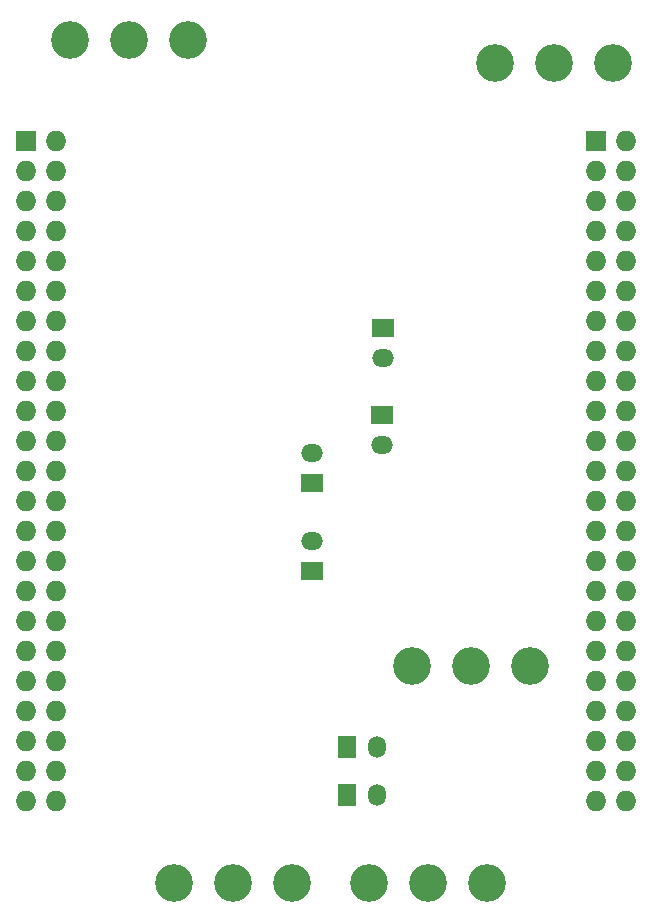
<source format=gbr>
%TF.GenerationSoftware,KiCad,Pcbnew,5.99.0-unknown-b63c482347~127~ubuntu20.04.1*%
%TF.CreationDate,2021-04-29T12:01:31+02:00*%
%TF.ProjectId,bbb-can-bus-cape,6262622d-6361-46e2-9d62-75732d636170,rev?*%
%TF.SameCoordinates,Original*%
%TF.FileFunction,Soldermask,Bot*%
%TF.FilePolarity,Negative*%
%FSLAX46Y46*%
G04 Gerber Fmt 4.6, Leading zero omitted, Abs format (unit mm)*
G04 Created by KiCad (PCBNEW 5.99.0-unknown-b63c482347~127~ubuntu20.04.1) date 2021-04-29 12:01:31*
%MOMM*%
%LPD*%
G01*
G04 APERTURE LIST*
%ADD10R,1.727200X1.727200*%
%ADD11O,1.727200X1.727200*%
%ADD12C,3.200000*%
%ADD13R,1.524000X1.850000*%
%ADD14O,1.524000X1.850000*%
%ADD15R,1.850000X1.524000*%
%ADD16O,1.850000X1.524000*%
G04 APERTURE END LIST*
D10*
%TO.C,P8*%
X164630100Y-62382400D03*
D11*
X167170100Y-62382400D03*
X164630100Y-64922400D03*
X167170100Y-64922400D03*
X164630100Y-67462400D03*
X167170100Y-67462400D03*
X164630100Y-70002400D03*
X167170100Y-70002400D03*
X164630100Y-72542400D03*
X167170100Y-72542400D03*
X164630100Y-75082400D03*
X167170100Y-75082400D03*
X164630100Y-77622400D03*
X167170100Y-77622400D03*
X164630100Y-80162400D03*
X167170100Y-80162400D03*
X164630100Y-82702400D03*
X167170100Y-82702400D03*
X164630100Y-85242400D03*
X167170100Y-85242400D03*
X164630100Y-87782400D03*
X167170100Y-87782400D03*
X164630100Y-90322400D03*
X167170100Y-90322400D03*
X164630100Y-92862400D03*
X167170100Y-92862400D03*
X164630100Y-95402400D03*
X167170100Y-95402400D03*
X164630100Y-97942400D03*
X167170100Y-97942400D03*
X164630100Y-100482400D03*
X167170100Y-100482400D03*
X164630100Y-103022400D03*
X167170100Y-103022400D03*
X164630100Y-105562400D03*
X167170100Y-105562400D03*
X164630100Y-108102400D03*
X167170100Y-108102400D03*
X164630100Y-110642400D03*
X167170100Y-110642400D03*
X164630100Y-113182400D03*
X167170100Y-113182400D03*
X164630100Y-115722400D03*
X167170100Y-115722400D03*
X164630100Y-118262400D03*
X167170100Y-118262400D03*
%TD*%
D10*
%TO.C,P9*%
X116370100Y-62382400D03*
D11*
X118910100Y-62382400D03*
X116370100Y-64922400D03*
X118910100Y-64922400D03*
X116370100Y-67462400D03*
X118910100Y-67462400D03*
X116370100Y-70002400D03*
X118910100Y-70002400D03*
X116370100Y-72542400D03*
X118910100Y-72542400D03*
X116370100Y-75082400D03*
X118910100Y-75082400D03*
X116370100Y-77622400D03*
X118910100Y-77622400D03*
X116370100Y-80162400D03*
X118910100Y-80162400D03*
X116370100Y-82702400D03*
X118910100Y-82702400D03*
X116370100Y-85242400D03*
X118910100Y-85242400D03*
X116370100Y-87782400D03*
X118910100Y-87782400D03*
X116370100Y-90322400D03*
X118910100Y-90322400D03*
X116370100Y-92862400D03*
X118910100Y-92862400D03*
X116370100Y-95402400D03*
X118910100Y-95402400D03*
X116370100Y-97942400D03*
X118910100Y-97942400D03*
X116370100Y-100482400D03*
X118910100Y-100482400D03*
X116370100Y-103022400D03*
X118910100Y-103022400D03*
X116370100Y-105562400D03*
X118910100Y-105562400D03*
X116370100Y-108102400D03*
X118910100Y-108102400D03*
X116370100Y-110642400D03*
X118910100Y-110642400D03*
X116370100Y-113182400D03*
X118910100Y-113182400D03*
X116370100Y-115722400D03*
X118910100Y-115722400D03*
X116370100Y-118262400D03*
X118910100Y-118262400D03*
%TD*%
D12*
%TO.C,P2*%
X159060100Y-106852400D03*
X154060100Y-106852400D03*
X149060100Y-106852400D03*
%TD*%
D13*
%TO.C,P11*%
X143610100Y-113662400D03*
D14*
X146150100Y-113662400D03*
%TD*%
D12*
%TO.C,P7*%
X145430100Y-125162400D03*
X150430100Y-125162400D03*
X155430100Y-125162400D03*
%TD*%
D15*
%TO.C,P6*%
X140600100Y-98762400D03*
D16*
X140600100Y-96222400D03*
%TD*%
D13*
%TO.C,P10*%
X143590100Y-117752400D03*
D14*
X146130100Y-117752400D03*
%TD*%
D15*
%TO.C,P3*%
X146590100Y-78172400D03*
D16*
X146590100Y-80712400D03*
%TD*%
D12*
%TO.C,P12*%
X130090100Y-53832400D03*
X125090100Y-53832400D03*
X120090100Y-53832400D03*
%TD*%
D15*
%TO.C,P4*%
X146570100Y-85582400D03*
D16*
X146570100Y-88122400D03*
%TD*%
D15*
%TO.C,P5*%
X140610100Y-91332400D03*
D16*
X140610100Y-88792400D03*
%TD*%
D12*
%TO.C,P1*%
X166090100Y-55762400D03*
X161090100Y-55762400D03*
X156090100Y-55762400D03*
%TD*%
%TO.C,P15*%
X128900100Y-125192400D03*
X133900100Y-125192400D03*
X138900100Y-125192400D03*
%TD*%
M02*

</source>
